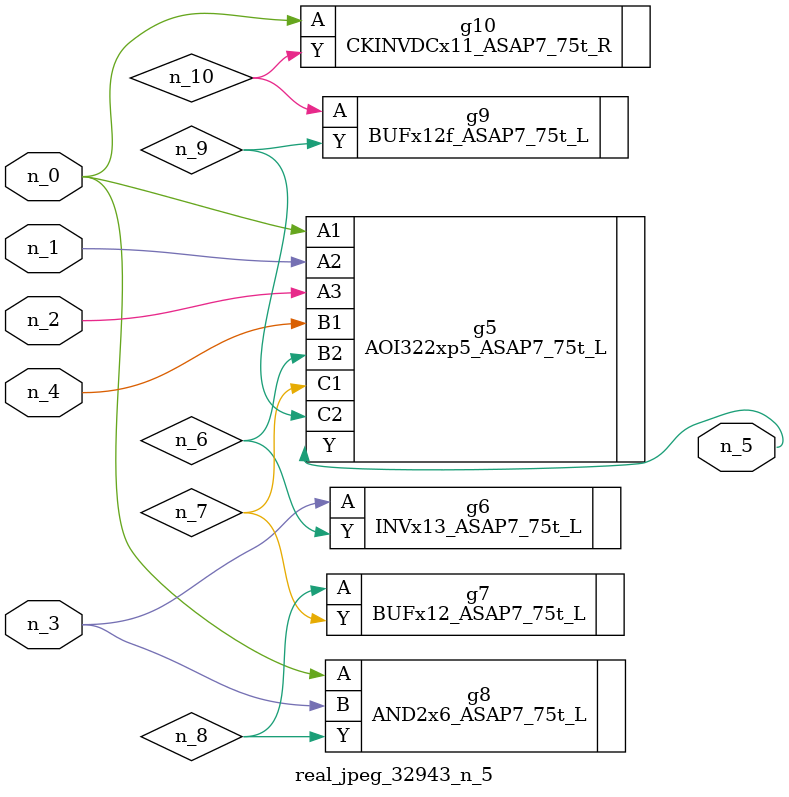
<source format=v>
module real_jpeg_32943_n_5 (n_4, n_0, n_1, n_2, n_3, n_5);

input n_4;
input n_0;
input n_1;
input n_2;
input n_3;

output n_5;

wire n_8;
wire n_6;
wire n_7;
wire n_10;
wire n_9;

AOI322xp5_ASAP7_75t_L g5 ( 
.A1(n_0),
.A2(n_1),
.A3(n_2),
.B1(n_4),
.B2(n_6),
.C1(n_7),
.C2(n_9),
.Y(n_5)
);

AND2x6_ASAP7_75t_L g8 ( 
.A(n_0),
.B(n_3),
.Y(n_8)
);

CKINVDCx11_ASAP7_75t_R g10 ( 
.A(n_0),
.Y(n_10)
);

INVx13_ASAP7_75t_L g6 ( 
.A(n_3),
.Y(n_6)
);

BUFx12_ASAP7_75t_L g7 ( 
.A(n_8),
.Y(n_7)
);

BUFx12f_ASAP7_75t_L g9 ( 
.A(n_10),
.Y(n_9)
);


endmodule
</source>
